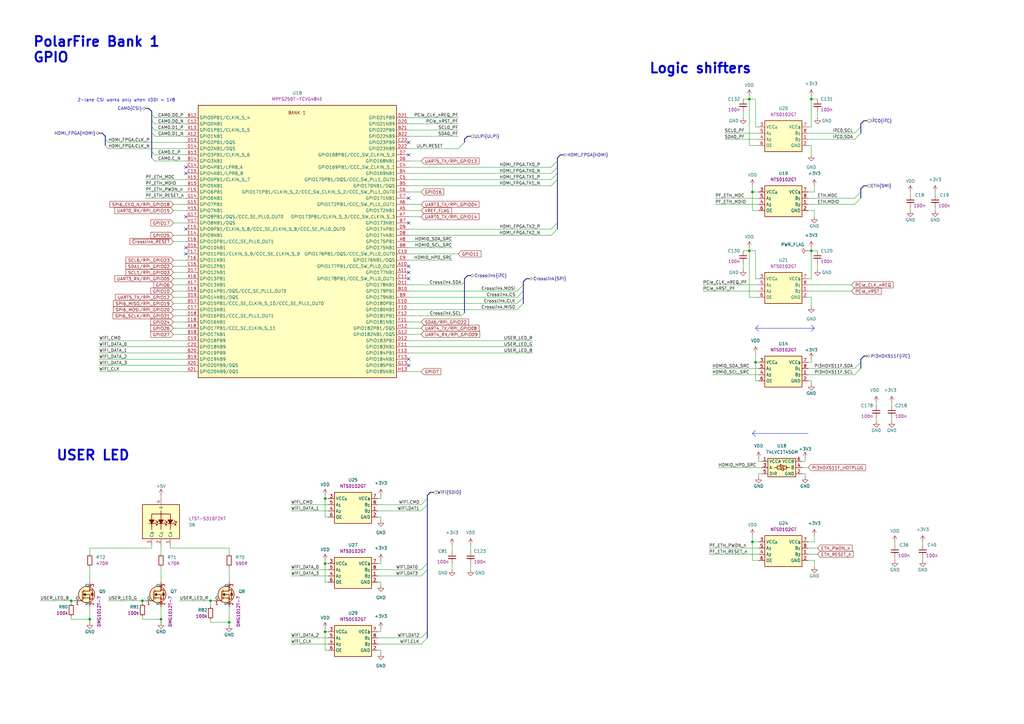
<source format=kicad_sch>
(kicad_sch (version 20231120) (generator "eeschema") (generator_version "8.0")
  (paper "A3")
  (title_block (title "PolarFire SoM") (date "2025-04-30") (rev "1.1.3") (company "Antmicro Ltd") (comment 1 "www.antmicro.com"))
  (junction (at 332.74 102.87))
  (junction (at 36.83 254))
  (junction (at 66.04 254))
  (junction (at 307.34 102.87))
  (junction (at 308.61 78.74))
  (junction (at 29.21 246.38))
  (junction (at 307.34 40.64))
  (junction (at 86.36 246.38))
  (junction (at 133.35 259.08))
  (junction (at 133.35 204.47))
  (junction (at 308.61 222.25))
  (junction (at 58.42 246.38))
  (junction (at 133.35 231.14))
  (junction (at 93.98 255.27))
  (junction (at 309.88 148.59))
  (junction (at 332.74 40.64))
  (no_connect (at 167.64 63.5))
  (no_connect (at 76.2 71.12))
  (no_connect (at 167.64 114.3))
  (no_connect (at 167.64 147.32))
  (no_connect (at 76.2 104.14))
  (no_connect (at 167.64 58.42))
  (no_connect (at 167.64 81.28))
  (no_connect (at 167.64 109.22))
  (no_connect (at 76.2 88.9))
  (no_connect (at 76.2 101.6))
  (no_connect (at 167.64 149.86))
  (no_connect (at 76.2 93.98))
  (no_connect (at 76.2 68.58))
  (no_connect (at 167.64 111.76))
  (no_connect (at 167.64 91.44))
  (bus_entry (at 226.06 71.12) (size 2.54 -2.54))
  (bus_entry (at 172.72 233.68) (size 2.54 -2.54))
  (bus_entry (at 172.72 261.62) (size 2.54 -2.54))
  (bus_entry (at 212.09 119.38) (size 2.54 -2.54))
  (bus_entry (at 226.06 68.58) (size 2.54 -2.54))
  (bus_entry (at 353.06 54.61) (size -2.54 2.54))
  (bus_entry (at 43.18 59.69) (size 1.27 1.27))
  (bus_entry (at 353.06 52.07) (size -2.54 2.54))
  (bus_entry (at 212.09 127) (size 2.54 -2.54))
  (bus_entry (at 187.96 60.96) (size 2.54 -2.54))
  (bus_entry (at 350.52 153.67) (size 2.54 -2.54))
  (bus_entry (at 189.23 116.84) (size 1.27 -1.27))
  (bus_entry (at 226.06 76.2) (size 2.54 -2.54))
  (bus_entry (at 212.09 121.92) (size 2.54 -2.54))
  (bus_entry (at 353.06 81.28) (size -2.54 2.54))
  (bus_entry (at 62.23 49.53) (size 1.27 1.27))
  (bus_entry (at 62.23 52.07) (size 1.27 1.27))
  (bus_entry (at 189.23 129.54) (size 1.27 -1.27))
  (bus_entry (at 43.18 57.15) (size 1.27 1.27))
  (bus_entry (at 212.09 124.46) (size 2.54 -2.54))
  (bus_entry (at 226.06 73.66) (size 2.54 -2.54))
  (bus_entry (at 353.06 78.74) (size -2.54 2.54))
  (bus_entry (at 172.72 236.22) (size 2.54 -2.54))
  (bus_entry (at 172.72 264.16) (size 2.54 -2.54))
  (bus_entry (at 172.72 209.55) (size 2.54 -2.54))
  (bus_entry (at 62.23 62.23) (size 1.27 1.27))
  (bus_entry (at 62.23 46.99) (size 1.27 1.27))
  (bus_entry (at 226.06 96.52) (size 2.54 -2.54))
  (bus_entry (at 226.06 93.98) (size 2.54 -2.54))
  (bus_entry (at 350.52 151.13) (size 2.54 -2.54))
  (bus_entry (at 172.72 207.01) (size 2.54 -2.54))
  (bus_entry (at 62.23 54.61) (size 1.27 1.27))
  (bus_entry (at 62.23 64.77) (size 1.27 1.27))
  (wire (pts (xy 378.46 228.6) (xy 378.46 229.87)))
  (wire (pts (xy 309.88 52.07) (xy 311.15 52.07)))
  (wire (pts (xy 93.98 255.27) (xy 93.98 256.54)))
  (wire (pts (xy 172.72 207.01) (xy 154.94 207.01)))
  (wire (pts (xy 71.12 137.16) (xy 76.2 137.16)))
  (wire (pts (xy 156.21 203.2) (xy 156.21 204.47)))
  (wire (pts (xy 63.5 66.04) (xy 76.2 66.04)))
  (wire (pts (xy 63.5 50.8) (xy 76.2 50.8)))
  (wire (pts (xy 332.74 156.21) (xy 331.47 156.21)))
  (wire (pts (xy 36.83 248.92) (xy 36.83 254)))
  (wire (pts (xy 309.88 144.78) (xy 309.88 148.59)))
  (wire (pts (xy 119.38 233.68) (xy 134.62 233.68)))
  (wire (pts (xy 133.35 231.14) (xy 133.35 238.76)))
  (wire (pts (xy 63.5 53.34) (xy 76.2 53.34)))
  (wire (pts (xy 185.42 223.52) (xy 185.42 226.06)))
  (wire (pts (xy 86.36 246.38) (xy 86.36 248.92)))
  (wire (pts (xy 332.74 121.92) (xy 332.74 125.73)))
  (wire (pts (xy 93.98 232.41) (xy 93.98 238.76)))
  (wire (pts (xy 309.88 40.64) (xy 307.34 40.64)))
  (wire (pts (xy 71.12 134.62) (xy 76.2 134.62)))
  (bus (pts (xy 193.04 55.88) (xy 191.77 55.88)))
  (wire (pts (xy 167.64 142.24) (xy 218.44 142.24)))
  (wire (pts (xy 156.21 259.08) (xy 154.94 259.08)))
  (wire (pts (xy 69.85 224.79) (xy 93.98 224.79)))
  (wire (pts (xy 36.83 224.79) (xy 62.23 224.79)))
  (wire (pts (xy 167.64 53.34) (xy 187.96 53.34)))
  (wire (pts (xy 193.04 223.52) (xy 193.04 226.06)))
  (wire (pts (xy 167.64 129.54) (xy 189.23 129.54)))
  (wire (pts (xy 167.64 104.14) (xy 187.96 104.14)))
  (wire (pts (xy 36.83 254) (xy 36.83 255.27)))
  (bus (pts (xy 228.6 73.66) (xy 228.6 91.44)))
  (wire (pts (xy 167.64 76.2) (xy 226.06 76.2)))
  (wire (pts (xy 335.28 224.79) (xy 331.47 224.79)))
  (wire (pts (xy 167.64 99.06) (xy 185.42 99.06)))
  (wire (pts (xy 332.74 148.59) (xy 331.47 148.59)))
  (wire (pts (xy 332.74 101.6) (xy 332.74 102.87)))
  (wire (pts (xy 378.46 222.25) (xy 378.46 223.52)))
  (wire (pts (xy 167.64 134.62) (xy 172.72 134.62)))
  (wire (pts (xy 193.04 231.14) (xy 193.04 233.68)))
  (wire (pts (xy 156.21 229.87) (xy 156.21 231.14)))
  (wire (pts (xy 309.88 102.87) (xy 309.88 114.3)))
  (wire (pts (xy 307.34 102.87) (xy 304.8 102.87)))
  (wire (pts (xy 332.74 59.69) (xy 332.74 63.5)))
  (wire (pts (xy 335.28 227.33) (xy 331.47 227.33)))
  (bus (pts (xy 190.5 114.3) (xy 190.5 115.57)))
  (wire (pts (xy 290.83 227.33) (xy 311.15 227.33)))
  (wire (pts (xy 307.34 101.6) (xy 307.34 102.87)))
  (wire (pts (xy 156.21 257.81) (xy 156.21 259.08)))
  (wire (pts (xy 308.61 78.74) (xy 311.15 78.74)))
  (wire (pts (xy 154.94 236.22) (xy 172.72 236.22)))
  (bus (pts (xy 43.18 57.15) (xy 43.18 59.69)))
  (bus (pts (xy 175.26 233.68) (xy 175.26 259.08)))
  (bus (pts (xy 228.6 68.58) (xy 228.6 71.12)))
  (wire (pts (xy 311.15 229.87) (xy 308.61 229.87)))
  (wire (pts (xy 29.21 246.38) (xy 29.21 247.65)))
  (wire (pts (xy 40.64 147.32) (xy 76.2 147.32)))
  (bus (pts (xy 62.23 49.53) (xy 62.23 52.07)))
  (wire (pts (xy 167.64 121.92) (xy 212.09 121.92)))
  (wire (pts (xy 308.61 229.87) (xy 308.61 222.25)))
  (wire (pts (xy 308.61 219.71) (xy 308.61 222.25)))
  (wire (pts (xy 44.45 58.42) (xy 76.2 58.42)))
  (wire (pts (xy 167.64 78.74) (xy 172.72 78.74)))
  (wire (pts (xy 156.21 266.7) (xy 154.94 266.7)))
  (wire (pts (xy 332.74 40.64) (xy 335.28 40.64)))
  (wire (pts (xy 311.15 194.31) (xy 312.42 194.31)))
  (bus (pts (xy 353.06 148.59) (xy 353.06 151.13)))
  (wire (pts (xy 334.01 86.36) (xy 331.47 86.36)))
  (wire (pts (xy 332.74 102.87) (xy 331.47 102.87)))
  (wire (pts (xy 167.64 88.9) (xy 172.72 88.9)))
  (wire (pts (xy 71.12 129.54) (xy 76.2 129.54)))
  (wire (pts (xy 311.15 148.59) (xy 309.88 148.59)))
  (wire (pts (xy 71.12 91.44) (xy 76.2 91.44)))
  (bus (pts (xy 41.91 54.61) (xy 43.18 55.88)))
  (wire (pts (xy 44.45 246.38) (xy 58.42 246.38)))
  (wire (pts (xy 73.66 246.38) (xy 86.36 246.38)))
  (wire (pts (xy 294.64 191.77) (xy 312.42 191.77)))
  (wire (pts (xy 383.54 78.74) (xy 383.54 80.01)))
  (wire (pts (xy 71.12 114.3) (xy 76.2 114.3)))
  (wire (pts (xy 330.2 194.31) (xy 330.2 195.58)))
  (wire (pts (xy 167.64 73.66) (xy 226.06 73.66)))
  (wire (pts (xy 86.36 246.38) (xy 87.63 246.38)))
  (wire (pts (xy 311.15 86.36) (xy 308.61 86.36)))
  (wire (pts (xy 71.12 111.76) (xy 76.2 111.76)))
  (wire (pts (xy 134.62 259.08) (xy 133.35 259.08)))
  (wire (pts (xy 167.64 93.98) (xy 226.06 93.98)))
  (wire (pts (xy 331.47 57.15) (xy 350.52 57.15)))
  (bus (pts (xy 190.5 57.15) (xy 190.5 58.42)))
  (wire (pts (xy 367.03 222.25) (xy 367.03 223.52)))
  (bus (pts (xy 228.6 66.04) (xy 228.6 68.58)))
  (wire (pts (xy 307.34 40.64) (xy 307.34 59.69)))
  (bus (pts (xy 354.33 49.53) (xy 353.06 50.8)))
  (wire (pts (xy 29.21 254) (xy 36.83 254)))
  (wire (pts (xy 331.47 54.61) (xy 350.52 54.61)))
  (polyline (pts (xy 308.61 177.8) (xy 309.88 179.07)))
  (wire (pts (xy 58.42 254) (xy 66.04 254)))
  (wire (pts (xy 373.38 85.09) (xy 373.38 86.36)))
  (wire (pts (xy 309.88 102.87) (xy 307.34 102.87)))
  (wire (pts (xy 308.61 76.2) (xy 308.61 78.74)))
  (polyline (pts (xy 309.88 134.62) (xy 311.15 135.89)))
  (bus (pts (xy 353.06 147.32) (xy 354.33 146.05)))
  (wire (pts (xy 328.93 191.77) (xy 331.47 191.77)))
  (wire (pts (xy 307.34 39.37) (xy 307.34 40.64)))
  (wire (pts (xy 185.42 231.14) (xy 185.42 233.68)))
  (wire (pts (xy 332.74 102.87) (xy 335.28 102.87)))
  (bus (pts (xy 228.6 71.12) (xy 228.6 73.66)))
  (wire (pts (xy 133.35 229.87) (xy 133.35 231.14)))
  (bus (pts (xy 175.26 204.47) (xy 175.26 207.01)))
  (wire (pts (xy 71.12 116.84) (xy 76.2 116.84)))
  (wire (pts (xy 16.51 246.38) (xy 29.21 246.38)))
  (bus (pts (xy 355.6 49.53) (xy 354.33 49.53)))
  (wire (pts (xy 311.15 189.23) (xy 312.42 189.23)))
  (wire (pts (xy 311.15 187.96) (xy 311.15 189.23)))
  (wire (pts (xy 373.38 78.74) (xy 373.38 80.01)))
  (wire (pts (xy 154.94 261.62) (xy 172.72 261.62)))
  (bus (pts (xy 214.63 115.57) (xy 214.63 116.84)))
  (wire (pts (xy 71.12 127) (xy 76.2 127)))
  (wire (pts (xy 334.01 229.87) (xy 331.47 229.87)))
  (wire (pts (xy 167.64 106.68) (xy 185.42 106.68)))
  (wire (pts (xy 167.64 96.52) (xy 226.06 96.52)))
  (wire (pts (xy 365.76 171.45) (xy 365.76 172.72)))
  (bus (pts (xy 175.26 259.08) (xy 175.26 261.62)))
  (wire (pts (xy 36.83 232.41) (xy 36.83 238.76)))
  (bus (pts (xy 176.53 201.93) (xy 177.8 201.93)))
  (wire (pts (xy 134.62 204.47) (xy 133.35 204.47)))
  (wire (pts (xy 311.15 54.61) (xy 297.18 54.61)))
  (wire (pts (xy 332.74 39.37) (xy 332.74 40.64)))
  (wire (pts (xy 334.01 88.9) (xy 334.01 86.36)))
  (wire (pts (xy 71.12 124.46) (xy 76.2 124.46)))
  (bus (pts (xy 353.06 50.8) (xy 353.06 52.07)))
  (wire (pts (xy 66.04 203.2) (xy 66.04 204.47)))
  (wire (pts (xy 40.64 139.7) (xy 76.2 139.7)))
  (wire (pts (xy 119.38 209.55) (xy 134.62 209.55)))
  (wire (pts (xy 156.21 238.76) (xy 156.21 240.03)))
  (wire (pts (xy 334.01 219.71) (xy 334.01 222.25)))
  (wire (pts (xy 311.15 57.15) (xy 297.18 57.15)))
  (wire (pts (xy 167.64 68.58) (xy 226.06 68.58)))
  (wire (pts (xy 71.12 106.68) (xy 76.2 106.68)))
  (polyline (pts (xy 334.01 134.62) (xy 332.74 135.89)))
  (wire (pts (xy 330.2 187.96) (xy 330.2 189.23)))
  (wire (pts (xy 40.64 152.4) (xy 76.2 152.4)))
  (bus (pts (xy 40.64 54.61) (xy 41.91 54.61)))
  (wire (pts (xy 134.62 266.7) (xy 133.35 266.7)))
  (wire (pts (xy 156.21 212.09) (xy 156.21 213.36)))
  (bus (pts (xy 217.17 114.3) (xy 215.9 114.3)))
  (polyline (pts (xy 334.01 134.62) (xy 309.88 134.62)))
  (bus (pts (xy 175.26 207.01) (xy 175.26 231.14)))
  (wire (pts (xy 167.64 101.6) (xy 185.42 101.6)))
  (wire (pts (xy 134.62 238.76) (xy 133.35 238.76)))
  (wire (pts (xy 86.36 255.27) (xy 86.36 254)))
  (wire (pts (xy 365.76 165.1) (xy 365.76 166.37)))
  (wire (pts (xy 288.29 116.84) (xy 311.15 116.84)))
  (polyline (pts (xy 309.88 134.62) (xy 311.15 133.35)))
  (wire (pts (xy 335.28 45.72) (xy 335.28 48.26)))
  (wire (pts (xy 133.35 203.2) (xy 133.35 204.47)))
  (wire (pts (xy 167.64 152.4) (xy 172.72 152.4)))
  (wire (pts (xy 167.64 66.04) (xy 172.72 66.04)))
  (bus (pts (xy 191.77 113.03) (xy 193.04 113.03)))
  (wire (pts (xy 331.47 222.25) (xy 334.01 222.25)))
  (bus (pts (xy 231.14 63.5) (xy 229.87 63.5)))
  (bus (pts (xy 214.63 116.84) (xy 214.63 119.38)))
  (wire (pts (xy 156.21 231.14) (xy 154.94 231.14)))
  (wire (pts (xy 350.52 83.82) (xy 331.47 83.82)))
  (wire (pts (xy 59.69 73.66) (xy 76.2 73.66)))
  (wire (pts (xy 71.12 121.92) (xy 76.2 121.92)))
  (bus (pts (xy 60.96 44.45) (xy 62.23 45.72)))
  (wire (pts (xy 71.12 109.22) (xy 76.2 109.22)))
  (wire (pts (xy 167.64 55.88) (xy 187.96 55.88)))
  (wire (pts (xy 332.74 114.3) (xy 331.47 114.3)))
  (wire (pts (xy 309.88 40.64) (xy 309.88 52.07)))
  (wire (pts (xy 309.88 148.59) (xy 309.88 156.21)))
  (wire (pts (xy 332.74 147.32) (xy 332.74 148.59)))
  (wire (pts (xy 309.88 114.3) (xy 311.15 114.3)))
  (wire (pts (xy 331.47 151.13) (xy 350.52 151.13)))
  (wire (pts (xy 134.62 231.14) (xy 133.35 231.14)))
  (wire (pts (xy 167.64 116.84) (xy 189.23 116.84)))
  (bus (pts (xy 176.53 201.93) (xy 175.26 203.2)))
  (wire (pts (xy 58.42 254) (xy 58.42 252.73)))
  (wire (pts (xy 167.64 144.78) (xy 218.44 144.78)))
  (wire (pts (xy 69.85 223.52) (xy 69.85 224.79)))
  (wire (pts (xy 308.61 222.25) (xy 311.15 222.25)))
  (wire (pts (xy 62.23 224.79) (xy 62.23 223.52)))
  (wire (pts (xy 167.64 124.46) (xy 212.09 124.46)))
  (bus (pts (xy 354.33 76.2) (xy 353.06 77.47)))
  (wire (pts (xy 156.21 238.76) (xy 154.94 238.76)))
  (wire (pts (xy 167.64 83.82) (xy 172.72 83.82)))
  (wire (pts (xy 154.94 233.68) (xy 172.72 233.68)))
  (wire (pts (xy 134.62 212.09) (xy 133.35 212.09)))
  (wire (pts (xy 293.37 83.82) (xy 311.15 83.82)))
  (wire (pts (xy 334.01 76.2) (xy 334.01 78.74)))
  (bus (pts (xy 228.6 91.44) (xy 228.6 93.98)))
  (wire (pts (xy 71.12 99.06) (xy 76.2 99.06)))
  (wire (pts (xy 167.64 60.96) (xy 187.96 60.96)))
  (wire (pts (xy 167.64 119.38) (xy 212.09 119.38)))
  (wire (pts (xy 156.21 212.09) (xy 154.94 212.09)))
  (wire (pts (xy 334.01 232.41) (xy 334.01 229.87)))
  (wire (pts (xy 36.83 227.33) (xy 36.83 224.79)))
  (wire (pts (xy 167.64 132.08) (xy 172.72 132.08)))
  (bus (pts (xy 62.23 54.61) (xy 62.23 62.23)))
  (wire (pts (xy 349.25 119.38) (xy 331.47 119.38)))
  (wire (pts (xy 330.2 194.31) (xy 328.93 194.31)))
  (wire (pts (xy 133.35 257.81) (xy 133.35 259.08)))
  (bus (pts (xy 62.23 62.23) (xy 62.23 64.77)))
  (wire (pts (xy 154.94 264.16) (xy 172.72 264.16)))
  (wire (pts (xy 44.45 60.96) (xy 76.2 60.96)))
  (wire (pts (xy 40.64 144.78) (xy 76.2 144.78)))
  (wire (pts (xy 290.83 224.79) (xy 311.15 224.79)))
  (wire (pts (xy 66.04 232.41) (xy 66.04 238.76)))
  (wire (pts (xy 332.74 156.21) (xy 332.74 157.48)))
  (bus (pts (xy 214.63 121.92) (xy 214.63 124.46)))
  (bus (pts (xy 353.06 78.74) (xy 353.06 81.28)))
  (bus (pts (xy 214.63 115.57) (xy 215.9 114.3)))
  (bus (pts (xy 190.5 114.3) (xy 191.77 113.03)))
  (wire (pts (xy 93.98 224.79) (xy 93.98 227.33)))
  (wire (pts (xy 59.69 76.2) (xy 76.2 76.2)))
  (bus (pts (xy 354.33 76.2) (xy 355.6 76.2)))
  (wire (pts (xy 63.5 55.88) (xy 76.2 55.88)))
  (wire (pts (xy 119.38 207.01) (xy 134.62 207.01)))
  (wire (pts (xy 311.15 59.69) (xy 307.34 59.69)))
  (wire (pts (xy 330.2 189.23) (xy 328.93 189.23)))
  (wire (pts (xy 331.47 153.67) (xy 350.52 153.67)))
  (bus (pts (xy 175.26 203.2) (xy 175.26 204.47)))
  (polyline (pts (xy 334.01 134.62) (xy 332.74 133.35)))
  (bus (pts (xy 190.5 115.57) (xy 190.5 128.27)))
  (wire (pts (xy 86.36 255.27) (xy 93.98 255.27)))
  (wire (pts (xy 332.74 40.64) (xy 332.74 52.07)))
  (wire (pts (xy 59.69 78.74) (xy 76.2 78.74)))
  (wire (pts (xy 332.74 121.92) (xy 331.47 121.92)))
  (bus (pts (xy 354.33 146.05) (xy 355.6 146.05)))
  (wire (pts (xy 335.28 107.95) (xy 335.28 110.49)))
  (bus (pts (xy 62.23 52.07) (xy 62.23 54.61)))
  (wire (pts (xy 133.35 259.08) (xy 133.35 266.7)))
  (wire (pts (xy 350.52 81.28) (xy 331.47 81.28)))
  (wire (pts (xy 309.88 156.21) (xy 311.15 156.21)))
  (wire (pts (xy 93.98 248.92) (xy 93.98 255.27)))
  (wire (pts (xy 29.21 246.38) (xy 30.48 246.38)))
  (wire (pts (xy 71.12 96.52) (xy 76.2 96.52)))
  (wire (pts (xy 40.64 149.86) (xy 76.2 149.86)))
  (wire (pts (xy 71.12 132.08) (xy 76.2 132.08)))
  (wire (pts (xy 119.38 264.16) (xy 134.62 264.16)))
  (bus (pts (xy 214.63 119.38) (xy 214.63 121.92)))
  (wire (pts (xy 156.21 204.47) (xy 154.94 204.47)))
  (wire (pts (xy 304.8 107.95) (xy 304.8 110.49)))
  (wire (pts (xy 167.64 50.8) (xy 187.96 50.8)))
  (wire (pts (xy 332.74 102.87) (xy 332.74 114.3)))
  (wire (pts (xy 332.74 52.07) (xy 331.47 52.07)))
  (bus (pts (xy 228.6 64.77) (xy 228.6 66.04)))
  (wire (pts (xy 58.42 246.38) (xy 59.69 246.38)))
  (bus (pts (xy 62.23 45.72) (xy 62.23 46.99)))
  (bus (pts (xy 59.69 44.45) (xy 60.96 44.45)))
  (wire (pts (xy 59.69 81.28) (xy 76.2 81.28)))
  (wire (pts (xy 63.5 48.26) (xy 76.2 48.26)))
  (wire (pts (xy 119.38 261.62) (xy 134.62 261.62)))
  (bus (pts (xy 353.06 52.07) (xy 353.06 54.61)))
  (wire (pts (xy 133.35 204.47) (xy 133.35 212.09)))
  (bus (pts (xy 228.6 64.77) (xy 229.87 63.5)))
  (polyline (pts (xy 308.61 177.8) (xy 309.88 176.53)))
  (wire (pts (xy 292.1 151.13) (xy 311.15 151.13)))
  (wire (pts (xy 383.54 85.09) (xy 383.54 86.36)))
  (wire (pts (xy 154.94 209.55) (xy 172.72 209.55)))
  (bus (pts (xy 62.23 46.99) (xy 62.23 49.53)))
  (wire (pts (xy 304.8 45.72) (xy 304.8 48.26)))
  (wire (pts (xy 359.41 165.1) (xy 359.41 166.37)))
  (wire (pts (xy 359.41 171.45) (xy 359.41 172.72)))
  (wire (pts (xy 307.34 102.87) (xy 307.34 121.92)))
  (wire (pts (xy 63.5 63.5) (xy 76.2 63.5)))
  (wire (pts (xy 66.04 254) (xy 66.04 255.27)))
  (bus (pts (xy 191.77 55.88) (xy 190.5 57.15)))
  (bus (pts (xy 353.06 77.47) (xy 353.06 78.74)))
  (wire (pts (xy 367.03 228.6) (xy 367.03 229.87)))
  (wire (pts (xy 167.64 137.16) (xy 172.72 137.16)))
  (wire (pts (xy 331.47 78.74) (xy 334.01 78.74)))
  (bus (pts (xy 175.26 231.14) (xy 175.26 233.68)))
  (wire (pts (xy 119.38 236.22) (xy 134.62 236.22)))
  (wire (pts (xy 293.37 81.28) (xy 311.15 81.28)))
  (wire (pts (xy 71.12 119.38) (xy 76.2 119.38)))
  (wire (pts (xy 29.21 254) (xy 29.21 252.73)))
  (wire (pts (xy 167.64 139.7) (xy 218.44 139.7)))
  (wire (pts (xy 311.15 194.31) (xy 311.15 195.58)))
  (wire (pts (xy 167.64 127) (xy 212.09 127)))
  (wire (pts (xy 292.1 153.67) (xy 311.15 153.67)))
  (wire (pts (xy 167.64 86.36) (xy 172.72 86.36)))
  (polyline (pts (xy 308.61 177.8) (xy 331.47 177.8)))
  (wire (pts (xy 71.12 86.36) (xy 76.2 86.36)))
  (wire (pts (xy 308.61 86.36) (xy 308.61 78.74)))
  (bus (pts (xy 353.06 147.32) (xy 353.06 148.59)))
  (wire (pts (xy 58.42 246.38) (xy 58.42 247.65)))
  (wire (pts (xy 66.04 248.92) (xy 66.04 254)))
  (wire (pts (xy 307.34 121.92) (xy 311.15 121.92)))
  (wire (pts (xy 307.34 40.64) (xy 304.8 40.64)))
  (bus (pts (xy 43.18 55.88) (xy 43.18 57.15)))
  (wire (pts (xy 167.64 48.26) (xy 187.96 48.26)))
  (wire (pts (xy 167.64 71.12) (xy 226.06 71.12)))
  (wire (pts (xy 71.12 83.82) (xy 76.2 83.82)))
  (wire (pts (xy 332.74 59.69) (xy 331.47 59.69)))
  (wire (pts (xy 40.64 142.24) (xy 76.2 142.24)))
  (wire (pts (xy 349.25 116.84) (xy 331.47 116.84)))
  (wire (pts (xy 66.04 223.52) (xy 66.04 227.33)))
  (wire (pts (xy 156.21 266.7) (xy 156.21 267.97)))
  (wire (pts (xy 288.29 119.38) (xy 311.15 119.38)))
  (text "PolarFire Bank 1\nGPIO" (at 13.335 26.035 0) (effects (font (size 4 4) (thickness 0.8) (bold yes)) (justify left bottom)))
  (text "2-lane CSI works only when VDDI = 1V8" (at 31.75 41.91 0) (effects (font (size 1.27 1.27)) (justify left bottom)))
  (text "USER LED" (at 22.86 189.23 0) (effects (font (size 4 4) (thickness 0.8) (bold yes)) (justify left bottom)))
  (text "Logic shifters" (at 266.065 30.48 0) (effects (font (size 4 4) (thickness 0.8) (bold yes)) (justify left bottom)))
  (label "WiFi_CMD" (at 40.64 139.7 0))
  (label "WiFi_DATA_3" (at 119.38 236.22 0))
  (label "PCIe_CLK_nREQ_PF" (at 187.96 48.26 180))
  (label "Crosslink.CS" (at 211.455 121.92 180))
  (label "CAM0.D1_P" (at 64.77 53.34 0))
  (label "WiFi_DATA_1" (at 119.38 209.55 0))
  (label "WiFi.CLK" (at 172.085 264.16 180))
  (label "WiFi.DAT0" (at 171.45 233.68 180))
  (label "HDMI0_HPD_SRC" (at 185.42 106.68 180))
  (label "PF_ETH_MDIO" (at 59.69 76.2 0))
  (label "USER_LED_G" (at 44.45 246.38 0))
  (label "PCIe_nRST_PF" (at 187.96 50.8 180))
  (label "HDMI0_SCL_SRC" (at 185.42 101.6 180))
  (label "CAM0.D0_P" (at 64.77 48.26 0))
  (label "ETH.MDIO" (at 335.28 83.82 0))
  (label "SDA0_PF" (at 297.18 57.15 0))
  (label "HDMI_FPGA.TX2_N" (at 221.615 96.52 180))
  (label "WiFi_DATA_0" (at 119.38 233.68 0))
  (label "ULPI.RESET" (at 170.815 60.96 0))
  (label "PF_ETH_RESET_n" (at 290.83 227.33 0))
  (label "Crosslink.SCL" (at 189.23 129.54 180))
  (label "HDMI_FPGA.CLK_N" (at 44.45 60.96 0))
  (label "HDMI_FPGA.TX1_P" (at 221.615 73.66 180))
  (label "I^{2}C0.SDA" (at 349.885 57.15 180))
  (label "CAM0.D0_N" (at 64.77 50.8 0))
  (label "USER_LED_B" (at 16.51 246.38 0))
  (label "PI3HDX511F.SDA" (at 349.885 151.13 180))
  (label "WiFi.DAT2" (at 172.085 261.62 180))
  (label "PI3HDX511F.SCL" (at 349.885 153.67 180))
  (label "HDMI_FPGA.TX2_P" (at 221.615 93.98 180))
  (label "CAM0.D1_N" (at 64.77 55.88 0))
  (label "Crosslink.CLK" (at 211.455 124.46 180))
  (label "WiFi_CLK" (at 40.64 152.4 0))
  (label "CAM0.C_N" (at 64.77 66.04 0))
  (label "PF_ETH_PWDN_n" (at 290.83 224.79 0))
  (label "HDMI_FPGA.CLK_P" (at 44.45 58.42 0))
  (label "SDA0_PF" (at 187.96 55.88 180))
  (label "HDMI0_HPD_SRC" (at 294.64 191.77 0))
  (label "SCL0_PF" (at 187.96 53.34 180))
  (label "Crosslink.SDA" (at 189.23 116.84 180))
  (label "WiFi_DATA_2" (at 40.64 147.32 0))
  (label "Crosslink.MISO" (at 211.455 127 180))
  (label "HDMI_FPGA.TX0_P" (at 221.615 68.58 180))
  (label "PF_ETH_PWDN_n" (at 59.69 78.74 0))
  (label "WiFi_DATA_2" (at 119.38 261.62 0))
  (label "HDMI0_SDA_SRC" (at 292.1 151.13 0))
  (label "PF_ETH_RESET_n" (at 59.69 81.28 0))
  (label "PCIe_nRST_PF" (at 288.29 119.38 0))
  (label "USER_LED_B" (at 218.44 144.78 180))
  (label "WiFi_DATA_3" (at 40.64 149.86 0))
  (label "WiFi_DATA_1" (at 40.64 144.78 0))
  (label "WiFi.DAT1" (at 172.085 209.55 180))
  (label "Crosslink.MOSI" (at 211.455 119.38 180))
  (label "ETH.MDC" (at 335.28 81.28 0))
  (label "SCL0_PF" (at 297.18 54.61 0))
  (label "CAM0.C_P" (at 64.77 63.5 0))
  (label "HDMI_FPGA.TX1_N" (at 221.615 76.2 180))
  (label "USER_LED_R" (at 73.66 246.38 0))
  (label "HDMI_FPGA.TX0_N" (at 221.615 71.12 180))
  (label "HDMI0_SCL_SRC" (at 292.1 153.67 0))
  (label "PF_ETH_MDC" (at 59.69 73.66 0))
  (label "WiFi.DAT3" (at 171.45 236.22 180))
  (label "WiFi_DATA_0" (at 40.64 142.24 0))
  (label "PF_ETH_MDC" (at 293.37 81.28 0))
  (label "WiFi_CMD" (at 119.38 207.01 0))
  (label "WiFi_CLK" (at 119.38 264.16 0))
  (label "HDMI0_SDA_SRC" (at 185.42 99.06 180))
  (label "I^{2}C0.SCL" (at 349.885 54.61 180))
  (label "USER_LED_R" (at 218.44 139.7 180))
  (label "PF_ETH_MDIO" (at 293.37 83.82 0))
  (label "WiFi.CMD" (at 172.085 207.01 180))
  (label "USER_LED_G" (at 218.44 142.24 180))
  (label "PCIe_CLK_nREQ_PF" (at 288.29 116.84 0))
  (global_label "GPIO24" (shape input) (at 71.12 132.08 180) (property "Intersheetrefs" "${INTERSHEET_REFS}" (at 61.8126 132.0006 0) (effects (justify right))))
  (global_label "PCIe_CLK_nREQ" (shape input) (at 349.25 116.84 0) (property "Intersheetrefs" "${INTERSHEET_REFS}" (at 366.8704 116.84 0) (effects (justify left))))
  (global_label "GPIO7" (shape input) (at 172.72 152.4 0) (property "Intersheetrefs" "${INTERSHEET_REFS}" (at 180.8179 152.3206 0) (effects (justify left))))
  (global_label "UART0_TX{slash}RPI_GPIO14" (shape input) (at 172.72 88.9 0) (property "Intersheetrefs" "${INTERSHEET_REFS}" (at 196.4812 88.8206 0) (effects (justify left))))
  (global_label "GPIO25" (shape input) (at 71.12 96.52 180) (property "Intersheetrefs" "${INTERSHEET_REFS}" (at 61.8126 96.4406 0) (effects (justify right))))
  (global_label "SCL6{slash}RPI_GPIO23" (shape input) (at 71.12 106.68 180) (property "Intersheetrefs" "${INTERSHEET_REFS}" (at 51.6526 106.6006 0) (effects (justify right))))
  (global_label "ETH_RESET_n" (shape input) (at 335.28 227.33 0) (property "Intersheetrefs" "${INTERSHEET_REFS}" (at 349.9698 227.2506 0) (effects (justify left))))
  (global_label "GPIO10" (shape input) (at 71.12 119.38 180) (property "Intersheetrefs" "${INTERSHEET_REFS}" (at 61.8126 119.3006 0) (effects (justify right))))
  (global_label "VREF_FLAG" (shape input) (at 172.72 86.36 0) (property "Intersheetrefs" "${INTERSHEET_REFS}" (at 185.7443 86.36 0) (effects (justify left))))
  (global_label "SDA6{slash}RPI_GPIO22" (shape input) (at 172.72 132.08 0) (property "Intersheetrefs" "${INTERSHEET_REFS}" (at 192.2479 132.0006 0) (effects (justify left))))
  (global_label "UART3_RX{slash}RPI_GPIO05" (shape input) (at 71.12 114.3 180) (property "Intersheetrefs" "${INTERSHEET_REFS}" (at 47.0564 114.2206 0) (effects (justify right))))
  (global_label "SPI6_CEO_N{slash}RPI_GPIO18" (shape input) (at 71.12 83.82 180) (property "Intersheetrefs" "${INTERSHEET_REFS}" (at 45.0607 83.7406 0) (effects (justify right))))
  (global_label "GPIO26" (shape input) (at 71.12 134.62 180) (property "Intersheetrefs" "${INTERSHEET_REFS}" (at 61.8126 134.5406 0) (effects (justify right))))
  (global_label "UART5_TX{slash}RPI_GPIO12" (shape input) (at 71.12 121.92 180) (property "Intersheetrefs" "${INTERSHEET_REFS}" (at 47.3588 121.8406 0) (effects (justify right))))
  (global_label "UART3_TX{slash}RPI_GPIO04" (shape input) (at 172.72 83.82 0) (property "Intersheetrefs" "${INTERSHEET_REFS}" (at 197.0533 83.82 0) (effects (justify left))))
  (global_label "GPIO6" (shape input) (at 71.12 116.84 180) (property "Intersheetrefs" "${INTERSHEET_REFS}" (at 63.0221 116.7606 0) (effects (justify right))))
  (global_label "UART0_RX{slash}RPI_GPIO15" (shape input) (at 71.12 86.36 180) (property "Intersheetrefs" "${INTERSHEET_REFS}" (at 47.0564 86.2806 0) (effects (justify right))))
  (global_label "SPI6_MOSI{slash}RPI_GPIO20" (shape input) (at 71.12 127 180) (property "Intersheetrefs" "${INTERSHEET_REFS}" (at 46.5121 126.9206 0) (effects (justify right))))
  (global_label "SPI6_MISO{slash}RPI_GPIO19" (shape input) (at 71.12 124.46 180) (property "Intersheetrefs" "${INTERSHEET_REFS}" (at 46.5121 124.3806 0) (effects (justify right))))
  (global_label "~{Crosslink_RESET}" (shape input) (at 71.12 99.06 180) (property "Intersheetrefs" "${INTERSHEET_REFS}" (at 52.7136 99.06 0) (effects (justify right))))
  (global_label "SPI6_SCLK{slash}RPI_GPIO21" (shape input) (at 71.12 129.54 180) (property "Intersheetrefs" "${INTERSHEET_REFS}" (at 46.3307 129.4606 0) (effects (justify right))))
  (global_label "SDA1{slash}RPI_GPIO02" (shape input) (at 71.12 109.22 180) (property "Intersheetrefs" "${INTERSHEET_REFS}" (at 51.5921 109.1406 0) (effects (justify right))))
  (global_label "GPIO27" (shape input) (at 71.12 137.16 180) (property "Intersheetrefs" "${INTERSHEET_REFS}" (at 61.8126 137.0806 0) (effects (justify right))))
  (global_label "PI3HDX511F_HOTPLUG" (shape input) (at 331.47 191.77 0) (property "Intersheetrefs" "${INTERSHEET_REFS}" (at 355.5614 191.77 0) (effects (justify left))))
  (global_label "UART4_TX{slash}RPI_GPIO08" (shape input) (at 172.72 134.62 0) (property "Intersheetrefs" "${INTERSHEET_REFS}" (at 196.4812 134.5406 0) (effects (justify left))))
  (global_label "UART4_RX{slash}RPI_GPIO09" (shape input) (at 172.72 137.16 0) (property "Intersheetrefs" "${INTERSHEET_REFS}" (at 196.7836 137.0806 0) (effects (justify left))))
  (global_label "SCL1{slash}RPI_GPIO03" (shape input) (at 71.12 111.76 180) (property "Intersheetrefs" "${INTERSHEET_REFS}" (at 51.6526 111.6806 0) (effects (justify right))))
  (global_label "GPIO11" (shape input) (at 187.96 104.14 0) (property "Intersheetrefs" "${INTERSHEET_REFS}" (at 197.2674 104.0606 0) (effects (justify left))))
  (global_label "GPIO17" (shape input) (at 71.12 91.44 180) (property "Intersheetrefs" "${INTERSHEET_REFS}" (at 61.8126 91.3606 0) (effects (justify right))))
  (global_label "ETH_PWDN_n" (shape input) (at 335.28 224.79 0) (property "Intersheetrefs" "${INTERSHEET_REFS}" (at 349.5464 224.7106 0) (effects (justify left))))
  (global_label "UART5_TX{slash}RPI_GPIO13" (shape input) (at 172.72 66.04 0) (property "Intersheetrefs" "${INTERSHEET_REFS}" (at 197.0533 66.04 0) (effects (justify left))))
  (global_label "PCIe_nRST" (shape input) (at 349.25 119.38 0) (property "Intersheetrefs" "${INTERSHEET_REFS}" (at 362.0323 119.38 0) (effects (justify left))))
  (global_label "GPIO16" (shape input) (at 172.72 78.74 0) (property "Intersheetrefs" "${INTERSHEET_REFS}" (at 182.0274 78.6606 0) (effects (justify left))))
  (hierarchical_label "Crosslink{I^{2}C}" (shape bidirectional) (at 193.04 113.03 0))
  (hierarchical_label "PI3HDX511F{I^{2}C}" (shape bidirectional) (at 355.6 146.05 0))
  (hierarchical_label "HDMI_FPGA{HDMI}" (shape bidirectional) (at 40.64 54.61 180))
  (hierarchical_label "ULPI{ULPI}" (shape input) (at 193.04 55.88 0))
  (hierarchical_label "ETH{SMI}" (shape input) (at 355.6 76.2 0))
  (hierarchical_label "Crosslink{SPI}" (shape bidirectional) (at 217.17 114.3 0))
  (hierarchical_label "HDMI_FPGA{HDMI}" (shape bidirectional) (at 231.14 63.5 0))
  (hierarchical_label "WiFi{SDIO}" (shape input) (at 177.8 201.93 0))
  (hierarchical_label "CAM0{CSI}" (shape bidirectional) (at 59.69 44.45 180))
  (hierarchical_label "I^{2}C0{I^{2}C}" (shape input) (at 355.6 49.53 0))
  (symbol (lib_id "antmicroResistors0402:R_470R_0402") (at 66.04 232.41 90) (unit 1)
    (property "Reference" "R71" (at 68.58 228.6 90) (effects (justify right)))
    (property "Value" "R_470R_0402" (effects (hide yes)))
    (property "Footprint" "antmicro-footprints:R_0402_1005Metric" (effects (hide yes)))
    (property "Datasheet" "https://www.bourns.com/docs/product-datasheets/cr.pdf" (effects (hide yes)))
    (property "Description" "SMD Chip Resistor, 470 ohm, ± 1%, 62.5 mW, 0402 [1005 Metric], Thick Film, General Purpose" (effects (hide yes)))
    (property "MPN" "CR0402-FX-4700GLF" (effects (hide yes)))
    (property "Manufacturer" "Bourns" (effects (hide yes)))
    (property "License" "Apache-2.0" (effects (hide yes)))
    (property "Author" "Antmicro" (effects (hide yes)))
    (property "Val" "470R" (at 68.58 231.14 90) (effects (justify right)))
    (property "Tolerance" "1%" (effects (hide yes)))
  )
  (symbol (lib_id "antmicroCapacitors0402:C_100n_0402") (at 335.28 40.64 270) (unit 1)
    (property "Reference" "C131" (at 339.09 40.64 90))
    (property "Value" "C_100n_0402" (effects (hide yes)))
    (property "Footprint" "antmicro-footprints:C_0402_1005Metric" (effects (hide yes)))
    (property "Datasheet" "https://www.murata.com/products/productdetail?partno=GRM155R61H104KE14%23" (effects (hide yes)))
    (property "Description" "SMD Multilayer Ceramic Capacitor, 0.1 µF, 50 V, 0402 [1005 Metric], ± 10%, X5R, GRM Series" (effects (hide yes)))
    (property "MPN" "GRM155R61H104KE14D" (effects (hide yes)))
    (property "Manufacturer" "Murata" (effects (hide yes)))
    (property "License" "Apache-2.0" (effects (hide yes)))
    (property "Author" "Antmicro" (effects (hide yes)))
    (property "Val" "100n" (at 336.55 45.72 90) (effects (justify left bottom)))
    (property "Voltage" "50V" (effects (hide yes)))
    (property "Dielectric" "X5R" (effects (hide yes)))
  )
  (symbol (lib_id "antmicropower:GND") (at 36.83 255.27 0) (unit 1)
    (property "Reference" "#PWR0286" (effects (hide yes)))
    (property "Value" "GND" (at 36.83 259.08 0))
    (property "Author" "Antmicro" (effects (hide yes)))
    (property "License" "Apache-2.0" (effects (hide yes)))
  )
  (symbol (lib_id "antmicropower:GND") (at 193.04 233.68 0) (unit 1)
    (property "Reference" "#PWR0346" (effects (hide yes)))
    (property "Value" "GND" (at 196.85 234.95 0))
    (property "Author" "Antmicro" (effects (hide yes)))
    (property "License" "Apache-2.0" (effects (hide yes)))
  )
  (symbol (lib_id "antmicropower:GND") (at 334.01 232.41 0) (mirror y) (unit 1)
    (property "Reference" "#PWR0305" (effects (hide yes)))
    (property "Value" "GND" (at 334.01 236.22 0))
    (property "Author" "Antmicro" (effects (hide yes)))
    (property "License" "Apache-2.0" (effects (hide yes)))
  )
  (symbol (lib_id "antmicropower:VDDI") (at 373.38 78.74 0) (unit 1)
    (property "Reference" "#PWR0248" (effects (hide yes)))
    (property "Value" "VDD" (at 373.38 74.295 0))
  )
  (symbol (lib_id "antmicropower:VDDI") (at 311.15 187.96 0) (mirror y) (unit 1)
    (property "Reference" "#PWR0162" (effects (hide yes)))
    (property "Value" "VDD" (at 311.15 182.88 0))
  )
  (symbol (lib_id "antmicropower:GND") (at 156.21 267.97 0) (mirror y) (unit 1)
    (property "Reference" "#PWR0313" (effects (hide yes)))
    (property "Value" "GND" (at 156.21 273.05 0))
    (property "Author" "Antmicro" (effects (hide yes)))
    (property "License" "Apache-2.0" (effects (hide yes)))
  )
  (symbol (lib_id "antmicroLogicTranslatorsLevelShifters:NTS0102_XSON") (at 311.15 148.59 0) (unit 1)
    (property "Reference" "U14" (at 321.31 140.97 0))
    (property "Value" "NTS0102_XSON" (effects (hide yes)))
    (property "Footprint" "antmicro-footprints:XSON-8_1x1.95mm_P0.5mm" (effects (hide yes)))
    (property "Datasheet" "http://www.farnell.com/datasheets/1760723.pdf" (effects (hide yes)))
    (property "Description" "Transceiver, 1.65 V to 3.6 V, XSON-8" (effects (hide yes)))
    (property "MPN" "NTS0102GT" (at 321.31 143.51 0))
    (property "Manufacturer" "NXP" (effects (hide yes)))
    (property "Author" "Antmicro" (effects (hide yes)))
    (property "License" "Apache-2.0" (effects (hide yes)))
  )
  (symbol (lib_id "antmicroCapacitors0402:C_100n_0402") (at 373.38 80.01 270) (unit 1)
    (property "Reference" "C18" (at 377.19 80.01 90))
    (property "Value" "C_100n_0402" (effects (hide yes)))
    (property "Footprint" "antmicro-footprints:C_0402_1005Metric" (effects (hide yes)))
    (property "Datasheet" "https://www.murata.com/products/productdetail?partno=GRM155R61H104KE14%23" (effects (hide yes)))
    (property "Description" "SMD Multilayer Ceramic Capacitor, 0.1 µF, 50 V, 0402 [1005 Metric], ± 10%, X5R, GRM Series" (effects (hide yes)))
    (property "MPN" "GRM155R61H104KE14D" (effects (hide yes)))
    (property "Manufacturer" "Murata" (effects (hide yes)))
    (property "License" "Apache-2.0" (effects (hide yes)))
    (property "Author" "Antmicro" (effects (hide yes)))
    (property "Val" "100n" (at 374.65 85.09 90) (effects (justify left bottom)))
    (property "Voltage" "50V" (effects (hide yes)))
    (property "Dielectric" "X5R" (effects (hide yes)))
  )
  (symbol (lib_id "antmicroCapacitors0402:C_100n_0402") (at 383.54 80.01 270) (unit 1)
    (property "Reference" "C19" (at 387.35 80.01 90))
    (property "Value" "C_100n_0402" (effects (hide yes)))
    (property "Footprint" "antmicro-footprints:C_0402_1005Metric" (effects (hide yes)))
    (property "Datasheet" "https://www.murata.com/products/productdetail?partno=GRM155R61H104KE14%23" (effects (hide yes)))
    (property "Description" "SMD Multilayer Ceramic Capacitor, 0.1 µF, 50 V, 0402 [1005 Metric], ± 10%, X5R, GRM Series" (effects (hide yes)))
    (property "MPN" "GRM155R61H104KE14D" (effects (hide yes)))
    (property "Manufacturer" "Murata" (effects (hide yes)))
    (property "License" "Apache-2.0" (effects (hide yes)))
    (property "Author" "Antmicro" (effects (hide yes)))
    (property "Val" "100n" (at 384.81 85.09 90) (effects (justify left bottom)))
    (property "Voltage" "50V" (effects (hide yes)))
    (property "Dielectric" "X5R" (effects (hide yes)))
  )
  (symbol (lib_id "antmicropower:PWR_FLAG") (at 331.47 102.87 90) (mirror x) (unit 1)
    (property "Reference" "#FLG01" (effects (hide yes)))
    (property "Value" "PWR_FLAG" (at 325.12 100.33 90))
  )
  (symbol (lib_id "antmicroCapacitors0402:C_100n_0402") (at 193.04 226.06 270) (unit 1)
    (property "Reference" "C123" (at 196.85 226.06 90))
    (property "Value" "C_100n_0402" (effects (hide yes)))
    (property "Footprint" "antmicro-footprints:C_0402_1005Metric" (effects (hide yes)))
    (property "Datasheet" "https://www.murata.com/products/productdetail?partno=GRM155R61H104KE14%23" (effects (hide yes)))
    (property "Description" "SMD Multilayer Ceramic Capacitor, 0.1 µF, 50 V, 0402 [1005 Metric], ± 10%, X5R, GRM Series" (effects (hide yes)))
    (property "MPN" "GRM155R61H104KE14D" (effects (hide yes)))
    (property "Manufacturer" "Murata" (effects (hide yes)))
    (property "License" "Apache-2.0" (effects (hide yes)))
    (property "Author" "Antmicro" (effects (hide yes)))
    (property "Val" "100n" (at 194.31 231.14 90) (effects (justify left bottom)))
    (property "Voltage" "50V" (effects (hide yes)))
    (property "Dielectric" "X5R" (effects (hide yes)))
  )
  (symbol (lib_id "antmicroLogicTranslatorsLevelShifters:NTS0102_XSON") (at 311.15 78.74 0) (unit 1)
    (property "Reference" "U19" (at 321.31 71.12 0))
    (property "Value" "NTS0102_XSON" (effects (hide yes)))
    (property "Footprint" "antmicro-footprints:XSON-8_1x1.95mm_P0.5mm" (effects (hide yes)))
    (property "Datasheet" "http://www.farnell.com/datasheets/1760723.pdf" (effects (hide yes)))
    (property "Description" "Transceiver, 1.65 V to 3.6 V, XSON-8" (effects (hide yes)))
    (property "MPN" "NTS0102GT" (at 321.31 73.66 0))
    (property "Manufacturer" "NXP" (effects (hide yes)))
    (property "Author" "Antmicro" (effects (hide yes)))
    (property "License" "Apache-2.0" (effects (hide yes)))
  )
  (symbol (lib_id "antmicropower:+3V3") (at 365.76 165.1 0) (mirror y) (unit 1)
    (property "Reference" "#PWR0153" (effects (hide yes)))
    (property "Value" "+3V3" (at 365.125 160.02 0))
    (property "Author" "Antmicro" (effects (hide yes)))
    (property "License" "Apache-2.0" (effects (hide yes)))
  )
  (symbol (lib_id "antmicropower:VDDI") (at 307.34 39.37 0) (mirror y) (unit 1)
    (property "Reference" "#PWR0210" (effects (hide yes)))
    (property "Value" "VDD" (at 307.34 34.925 0))
  )
  (symbol (lib_id "antmicropower:GND") (at 156.21 213.36 0) (mirror y) (unit 1)
    (property "Reference" "#PWR0310" (effects (hide yes)))
    (property "Value" "GND" (at 156.21 218.44 0))
    (property "Author" "Antmicro" (effects (hide yes)))
    (property "License" "Apache-2.0" (effects (hide yes)))
  )
  (symbol (lib_id "antmicroCapacitors0402:C_100n_0402") (at 367.03 223.52 270) (unit 1)
    (property "Reference" "C36" (at 370.84 223.52 90))
    (property "Value" "C_100n_0402" (effects (hide yes)))
    (property "Footprint" "antmicro-footprints:C_0402_1005Metric" (effects (hide yes)))
    (property "Datasheet" "https://www.murata.com/products/productdetail?partno=GRM155R61H104KE14%23" (effects (hide yes)))
    (property "Description" "SMD Multilayer Ceramic Capacitor, 0.1 µF, 50 V, 0402 [1005 Metric], ± 10%, X5R, GRM Series" (effects (hide yes)))
    (property "MPN" "GRM155R61H104KE14D" (effects (hide yes)))
    (property "Manufacturer" "Murata" (effects (hide yes)))
    (property "License" "Apache-2.0" (effects (hide yes)))
    (property "Author" "Antmicro" (effects (hide yes)))
    (property "Val" "100n" (at 368.3 228.6 90) (effects (justify left bottom)))
    (property "Voltage" "50V" (effects (hide yes)))
    (property "Dielectric" "X5R" (effects (hide yes)))
  )
  (symbol (lib_id "antmicropower:GND") (at 93.98 256.54 0) (unit 1)
    (property "Reference" "#PWR0289" (effects (hide yes)))
    (property "Value" "GND" (at 93.98 260.35 0))
    (property "Author" "Antmicro" (effects (hide yes)))
    (property "License" "Apache-2.0" (effects (hide yes)))
  )
  (symbol (lib_id "antmicropower:GND") (at 335.28 48.26 0) (unit 1)
    (property "Reference" "#PWR0353" (effects (hide yes)))
    (property "Value" "GND" (at 339.09 49.53 0))
    (property "Author" "Antmicro" (effects (hide yes)))
    (property "License" "Apache-2.0" (effects (hide yes)))
  )
  (symbol (lib_id "antmicroCapacitors0402:C_100n_0402") (at 304.8 102.87 90) (mirror x) (unit 1)
    (property "Reference" "C130" (at 300.99 102.87 90))
    (property "Value" "C_100n_0402" (effects (hide yes)))
    (property "Footprint" "antmicro-footprints:C_0402_1005Metric" (effects (hide yes)))
    (property "Datasheet" "https://www.murata.com/products/productdetail?partno=GRM155R61H104KE14%23" (effects (hide yes)))
    (property "Description" "SMD Multilayer Ceramic Capacitor, 0.1 µF, 50 V, 0402 [1005 Metric], ± 10%, X5R, GRM Series" (effects (hide yes)))
    (property "MPN" "GRM155R61H104KE14D" (effects (hide yes)))
    (property "Manufacturer" "Murata" (effects (hide yes)))
    (property "License" "Apache-2.0" (effects (hide yes)))
    (property "Author" "Antmicro" (effects (hide yes)))
    (property "Val" "100n" (at 303.53 107.95 90) (effects (justify left bottom)))
    (property "Voltage" "50V" (effects (hide yes)))
    (property "Dielectric" "X5R" (effects (hide yes)))
  )
  (symbol (lib_id "antmicroResistors0402:R_470R_0402") (at 36.83 232.41 90) (unit 1)
    (property "Reference" "R72" (at 39.37 228.6 90) (effects (justify right)))
    (property "Value" "R_470R_0402" (effects (hide yes)))
    (property "Footprint" "antmicro-footprints:R_0402_1005Metric" (effects (hide yes)))
    (property "Datasheet" "https://www.bourns.com/docs/product-datasheets/cr.pdf" (effects (hide yes)))
    (property "Description" "SMD Chip Resistor, 470 ohm, ± 1%, 62.5 mW, 0402 [1005 Metric], Thick Film, General Purpose" (effects (hide yes)))
    (property "MPN" "CR0402-FX-4700GLF" (effects (hide yes)))
    (property "Manufacturer" "Bourns" (effects (hide yes)))
    (property "License" "Apache-2.0" (effects (hide yes)))
    (property "Author" "Antmicro" (effects (hide yes)))
    (property "Val" "470R" (at 39.37 231.14 90) (effects (justify right)))
    (property "Tolerance" "1%" (effects (hide yes)))
  )
  (symbol (lib_id "antmicroLogicTranslatorsLevelShifters:NTS0102_XSON") (at 134.62 204.47 0) (unit 1)
    (property "Reference" "U25" (at 144.78 196.85 0))
    (property "Value" "NTS0102_XSON" (effects (hide yes)))
    (property "Footprint" "antmicro-footprints:XSON-8_1x1.95mm_P0.5mm" (effects (hide yes)))
    (property "Datasheet" "http://www.farnell.com/datasheets/1760723.pdf" (effects (hide yes)))
    (property "Description" "Transceiver, 1.65 V to 3.6 V, XSON-8" (effects (hide yes)))
    (property "MPN" "NTS0102GT" (at 144.78 199.39 0))
    (property "Manufacturer" "NXP" (effects (hide yes)))
    (property "Author" "Antmicro" (effects (hide yes)))
    (property "License" "Apache-2.0" (effects (hide yes)))
  )
  (symbol (lib_id "antmicropower:GND") (at 383.54 86.36 0) (mirror y) (unit 1)
    (property "Reference" "#PWR0301" (effects (hide yes)))
    (property "Value" "GND" (at 383.54 90.17 0))
    (property "Author" "Antmicro" (effects (hide yes)))
    (property "License" "Apache-2.0" (effects (hide yes)))
  )
  (symbol (lib_id "antmicroResistors0402:R_100k_0402") (at 29.21 252.73 270) (mirror x) (unit 1)
    (property "Reference" "R80" (at 27.94 248.92 90) (effects (justify right)))
    (property "Value" "R_100k_0402" (effects (hide yes)))
    (property "Footprint" "antmicro-footprints:R_0402_1005Metric" (effects (hide yes)))
    (property "Datasheet" "https://www.bourns.com/docs/product-datasheets/cr.pdf" (effects (hide yes)))
    (property "Description" "SMD Chip Resistor, 100 kohm, ± 1%, 62.5 mW, 0402 [1005 Metric], Thick Film, General Purpose" (effects (hide yes)))
    (property "MPN" "CR0402-FX-1003GLF" (effects (hide yes)))
    (property "Manufacturer" "Bourns" (effects (hide yes)))
    (property "License" "Apache-2.0" (effects (hide yes)))
    (property "Author" "Antmicro" (effects (hide yes)))
    (property "Val" "100k" (at 27.94 251.46 90) (effects (justify right)))
    (property "Tolerance" "1%" (effects (hide yes)))
  )
  (symbol (lib_id "antmicropower:+3V3") (at 156.21 257.81 0) (mirror y) (unit 1)
    (property "Reference" "#PWR0318" (effects (hide yes)))
    (property "Value" "+3V3" (at 156.21 252.73 0))
    (property "Author" "Antmicro" (effects (hide yes)))
    (property "License" "Apache-2.0" (effects (hide yes)))
  )
  (symbol (lib_id "antmicropower:GND") (at 334.01 88.9 0) (mirror y) (unit 1)
    (property "Reference" "#PWR0352" (effects (hide yes)))
    (property "Value" "GND" (at 334.01 92.71 0))
    (property "Author" "Antmicro" (effects (hide yes)))
    (property "License" "Apache-2.0" (effects (hide yes)))
  )
  (symbol (lib_id "antmicropower:GND") (at 378.46 229.87 0) (mirror y) (unit 1)
    (property "Reference" "#PWR0351" (effects (hide yes)))
    (property "Value" "GND" (at 378.46 233.68 0))
    (property "Author" "Antmicro" (effects (hide yes)))
    (property "License" "Apache-2.0" (effects (hide yes)))
  )
  (symbol (lib_id "antmicroCapacitors0402:C_100n_0402") (at 378.46 223.52 270) (unit 1)
    (property "Reference" "C45" (at 382.27 223.52 90))
    (property "Value" "C_100n_0402" (effects (hide yes)))
    (property "Footprint" "antmicro-footprints:C_0402_1005Metric" (effects (hide yes)))
    (property "Datasheet" "https://www.murata.com/products/productdetail?partno=GRM155R61H104KE14%23" (effects (hide yes)))
    (property "Description" "SMD Multilayer Ceramic Capacitor, 0.1 µF, 50 V, 0402 [1005 Metric], ± 10%, X5R, GRM Series" (effects (hide yes)))
    (property "MPN" "GRM155R61H104KE14D" (effects (hide yes)))
    (property "Manufacturer" "Murata" (effects (hide yes)))
    (property "License" "Apache-2.0" (effects (hide yes)))
    (property "Author" "Antmicro" (effects (hide yes)))
    (property "Val" "100n" (at 379.73 228.6 90) (effects (justify left bottom)))
    (property "Voltage" "50V" (effects (hide yes)))
    (property "Dielectric" "X5R" (effects (hide yes)))
  )
  (symbol (lib_id "antmicroCapacitors0402:C_100n_0402") (at 304.8 40.64 90) (mirror x) (unit 1)
    (property "Reference" "C132" (at 300.99 40.64 90))
    (property "Value" "C_100n_0402" (effects (hide yes)))
    (property "Footprint" "antmicro-footprints:C_0402_1005Metric" (effects (hide yes)))
    (property "Datasheet" "https://www.murata.com/products/productdetail?partno=GRM155R61H104KE14%23" (effects (hide yes)))
    (property "Description" "SMD Multilayer Ceramic Capacitor, 0.1 µF, 50 V, 0402 [1005 Metric], ± 10%, X5R, GRM Series" (effects (hide yes)))
    (property "MPN" "GRM155R61H104KE14D" (effects (hide yes)))
    (property "Manufacturer" "Murata" (effects (hide yes)))
    (property "License" "Apache-2.0" (effects (hide yes)))
    (property "Author" "Antmicro" (effects (hide yes)))
    (property "Val" "100n" (at 303.53 45.72 90) (effects (justify left bottom)))
    (property "Voltage" "50V" (effects (hide yes)))
    (property "Dielectric" "X5R" (effects (hide yes)))
  )
  (symbol (lib_id "antmicropower:GND") (at 332.74 125.73 0) (mirror y) (unit 1)
    (property "Reference" "#PWR0217" (effects (hide yes)))
    (property "Value" "GND" (at 332.74 130.81 0))
    (property "Author" "Antmicro" (effects (hide yes)))
    (property "License" "Apache-2.0" (effects (hide yes)))
  )
  (symbol (lib_id "antmicropower:GND") (at 66.04 255.27 0) (unit 1)
    (property "Reference" "#PWR0287" (effects (hide yes)))
    (property "Value" "GND" (at 66.04 259.08 0))
    (property "Author" "Antmicro" (effects (hide yes)))
    (property "License" "Apache-2.0" (effects (hide yes)))
  )
  (symbol (lib_id "antmicropower:GND") (at 359.41 172.72 0) (mirror y) (unit 1)
    (property "Reference" "#PWR0151" (effects (hide yes)))
    (property "Value" "GND" (at 359.41 176.53 0))
    (property "Author" "Antmicro" (effects (hide yes)))
    (property "License" "Apache-2.0" (effects (hide yes)))
  )
  (symbol (lib_id "antmicroResistors0402:R_590R_0402") (at 93.98 232.41 90) (unit 1)
    (property "Reference" "R70" (at 96.52 228.6 90) (effects (justify right)))
    (property "Value" "R_590R_0402" (effects (hide yes)))
    (property "Footprint" "antmicro-footprints:R_0402_1005Metric" (effects (hide yes)))
    (property "Datasheet" "https://www.bourns.com/docs/product-datasheets/cr.pdf" (effects (hide yes)))
    (property "Description" "SMD Chip Resistor, 590 ohm, ± 1%, 100 mW, 0402 [1005 Metric], Thick Film, Precision" (effects (hide yes)))
    (property "MPN" "CR0402-FX-5900GLF" (effects (hide yes)))
    (property "Manufacturer" "Bourns" (effects (hide yes)))
    (property "License" "Apache-2.0" (effects (hide yes)))
    (property "Author" "Antmicro" (effects (hide yes)))
    (property "Val" "590R" (at 96.52 231.14 90) (effects (justify right)))
    (property "Tolerance" "1%" (effects (hide yes)))
  )
  (symbol (lib_id "antmicropower:+3V3") (at 332.74 101.6 0) (mirror y) (unit 1)
    (property "Reference" "#PWR0216" (effects (hide yes)))
    (property "Value" "+3V3" (at 332.74 96.52 0))
    (property "Author" "Antmicro" (effects (hide yes)))
    (property "License" "Apache-2.0" (effects (hide yes)))
  )
  (symbol (lib_id "antmicropower:+5V") (at 66.04 203.2 0) (unit 1)
    (property "Reference" "#PWR0288" (effects (hide yes)))
    (property "Value" "+5V" (at 66.04 199.39 0))
    (property "Author" "Antmicro" (effects (hide yes)))
    (property "License" "Apache-2.0" (effects (hide yes)))
  )
  (symbol (lib_id "antmicropower:GND") (at 330.2 195.58 0) (unit 1)
    (property "Reference" "#PWR0335" (effects (hide yes)))
    (property "Value" "GND" (at 330.2 199.39 0))
    (property "Author" "Antmicro" (effects (hide yes)))
    (property "License" "Apache-2.0" (effects (hide yes)))
  )
  (symbol (lib_id "antmicroLogicTranslatorsLevelShifters:NTS0102_XSON") (at 311.15 52.07 0) (unit 1)
    (property "Reference" "U20" (at 321.31 44.45 0))
    (property "Value" "NTS0102_XSON" (effects (hide yes)))
    (property "Footprint" "antmicro-footprints:XSON-8_1x1.95mm_P0.5mm" (effects (hide yes)))
    (property "Datasheet" "http://www.farnell.com/datasheets/1760723.pdf" (effects (hide yes)))
    (property "Description" "Transceiver, 1.65 V to 3.6 V, XSON-8" (effects (hide yes)))
    (property "MPN" "NTS0102GT" (at 321.31 46.99 0))
    (property "Manufacturer" "NXP" (effects (hide yes)))
    (property "Author" "Antmicro" (effects (hide yes)))
    (property "License" "Apache-2.0" (effects (hide yes)))
  )
  (symbol (lib_id "antmicroCapacitors0402:C_100n_0402") (at 185.42 226.06 90) (mirror x) (unit 1)
    (property "Reference" "C81" (at 181.61 226.06 90))
    (property "Value" "C_100n_0402" (effects (hide yes)))
    (property "Footprint" "antmicro-footprints:C_0402_1005Metric" (effects (hide yes)))
    (property "Datasheet" "https://www.murata.com/products/productdetail?partno=GRM155R61H104KE14%23" (effects (hide yes)))
    (property "Description" "SMD Multilayer Ceramic Capacitor, 0.1 µF, 50 V, 0402 [1005 Metric], ± 10%, X5R, GRM Series" (effects (hide yes)))
    (property "MPN" "GRM155R61H104KE14D" (effects (hide yes)))
    (property "Manufacturer" "Murata" (effects (hide yes)))
    (property "License" "Apache-2.0" (effects (hide yes)))
    (property "Author" "Antmicro" (effects (hide yes)))
    (property "Val" "100n" (at 184.15 231.14 90) (effects (justify left bottom)))
    (property "Voltage" "50V" (effects (hide yes)))
    (property "Dielectric" "X5R" (effects (hide yes)))
  )
  (symbol (lib_id "antmicroLogicTranslatorsLevelShifters:74LVC1T45GM") (at 312.42 189.23 0) (unit 1)
    (property "Reference" "U18" (at 320.675 182.88 0))
    (property "Value" "74LVC1T45GM" (at 320.675 185.42 0))
    (property "Footprint" "antmicro-footprints:SOT-886" (effects (hide yes)))
    (property "Datasheet" "http://www.ti.com/general/docs/suppproductinfo.tsp?distId=10&gotoUrl=http%3A%2F%2Fwww.ti.com%2Flit%2Fgpn%2Fsn74lvc1t45" (effects (hide yes)))
    (property "Description" "Transceiver, Translating, 74LVC1T45, 74LVC Family, 1.2V to 5.5V Supply, XSON-6" (effects (hide yes)))
    (property "MPN" "74LVC1T45GM-Q100X" (effects (hide yes)))
    (property "Manufacturer" "Nexperia" (effects (hide yes)))
    (property "Author" "Antmicro" (effects (hide yes)))
    (property "License" "Apache-2.0" (effects (hide yes)))
  )
  (symbol (lib_id "antmicropower:GND") (at 304.8 48.26 0) (mirror y) (unit 1)
    (property "Reference" "#PWR045" (effects (hide yes)))
    (property "Value" "GND" (at 300.99 49.53 0))
    (property "Author" "Antmicro" (effects (hide yes)))
    (property "License" "Apache-2.0" (effects (hide yes)))
  )
  (symbol (lib_id "antmicroFPGAChips:MPFS250T-FCVG484E") (at 76.2 48.26 0) (unit 2)
    (property "Reference" "U1" (at 121.92 38.1 0))
    (property "Value" "MPFS250T-FCVG484" (effects (hide yes)))
    (property "Footprint" "antmicro-footprints:BGA-484_19x19mm_Layout22x22_P0.8mm_FCVG484" (effects (hide yes)))
    (property "Datasheet" "https://ww1.microchip.com/downloads/aemDocuments/documents/FPGA/ProductDocuments/DataSheets/PolarFire-SoC-Datasheet-DS00004248.pdf" (effects (hide yes)))
    (property "Description" "RISC-V System On Chip (SOC) IC PolarFire® FPGA - 254K Logic Modules 484-FCBGA (19x19)" (effects (hide yes)))
    (property "MPN" "MPFS250T-FCVG484E" (at 121.92 40.64 0))
    (property "Manufacturer" "Microchip Technology" (effects (hide yes)))
    (property "VSD_class" "MPFS250T" (effects (hide yes)))
    (property "Author" "Antmicro" (effects (hide yes)))
    (property "License" "Apache-2.0" (effects (hide yes)))
  )
  (symbol (lib_id "antmicropower:VDDI") (at 367.03 222.25 0) (unit 1)
    (property "Reference" "#PWR0295" (effects (hide yes)))
    (property "Value" "VDD" (at 367.03 217.805 0))
  )
  (symbol (lib_id "antmicroCapacitors0402:C_100n_0402") (at 365.76 166.37 270) (unit 1)
    (property "Reference" "C218" (at 369.57 166.37 90))
    (property "Value" "C_100n_0402" (effects (hide yes)))
    (property "Footprint" "antmicro-footprints:C_0402_1005Metric" (effects (hide yes)))
    (property "Datasheet" "https://www.murata.com/products/productdetail?partno=GRM155R61H104KE14%23" (effects (hide yes)))
    (property "Description" "SMD Multilayer Ceramic Capacitor, 0.1 µF, 50 V, 0402 [1005 Metric], ± 10%, X5R, GRM Series" (effects (hide yes)))
    (property "MPN" "GRM155R61H104KE14D" (effects (hide yes)))
    (property "Manufacturer" "Murata" (effects (hide yes)))
    (property "License" "Apache-2.0" (effects (hide yes)))
    (property "Author" "Antmicro" (effects (hide yes)))
    (property "Val" "100n" (at 367.03 171.45 90) (effects (justify left bottom)))
    (property "Voltage" "50V" (effects (hide yes)))
    (property "Dielectric" "X5R" (effects (hide yes)))
  )
  (symbol (lib_id "antmicropower:GND") (at 367.03 229.87 0) (mirror y) (unit 1)
    (property "Reference" "#PWR0303" (effects (hide yes)))
    (property "Value" "GND" (at 367.03 233.68 0))
    (property "Author" "Antmicro" (effects (hide yes)))
    (property "License" "Apache-2.0" (effects (hide yes)))
  )
  (symbol (lib_id "antmicropower:+3V3") (at 156.21 203.2 0) (mirror y) (unit 1)
    (property "Reference" "#PWR0316" (effects (hide yes)))
    (property "Value" "+3V3" (at 156.21 198.12 0))
    (property "Author" "Antmicro" (effects (hide yes)))
    (property "License" "Apache-2.0" (effects (hide yes)))
  )
  (symbol (lib_id "antmicropower:GND") (at 365.76 172.72 0) (unit 1)
    (property "Reference" "#PWR0154" (effects (hide yes)))
    (property "Value" "GND" (at 365.76 176.53 0))
    (property "Author" "Antmicro" (effects (hide yes)))
    (property "License" "Apache-2.0" (effects (hide yes)))
  )
  (symbol (lib_id "antmicroTransistorsFETsMOSFETsSingle:DMG1012T-7") (at 87.63 246.38 0) (unit 1)
    (property "Reference" "Q8" (at 97.79 242.57 0) (effects (justify left)))
    (property "Value" "DMG1012T-7" (effects (hide yes)))
    (property "Footprint" "antmicro-footprints:SOT-523" (effects (hide yes)))
    (property "Datasheet" "https://www.diodes.com/assets/Datasheets/ds31783.pdf" (effects (hide yes)))
    (property "Description" "Power MOSFET, N Channel, 20 V, 630 mA, 0.3 ohm, SOT-523, Surface Mount" (effects (hide yes)))
    (property "MPN" "DMG1012T-7" (at 97.79 257.175 90) (effects (justify left)))
    (property "Manufacturer" "Diodes Incorporated" (effects (hide yes)))
    (property "Author" "Antmicro" (effects (hide yes)))
    (property "License" "Apache-2.0" (effects (hide yes)))
  )
  (symbol (lib_id "antmicropower:+3V3") (at 334.01 76.2 0) (unit 1)
    (property "Reference" "#PWR0349" (effects (hide yes)))
    (property "Value" "+3V3" (at 334.01 71.12 0))
    (property "Author" "Antmicro" (effects (hide yes)))
    (property "License" "Apache-2.0" (effects (hide yes)))
  )
  (symbol (lib_id "antmicroResistors0402:R_100k_0402") (at 58.42 252.73 270) (mirror x) (unit 1)
    (property "Reference" "R81" (at 57.15 248.92 90) (effects (justify right)))
    (property "Value" "R_100k_0402" (effects (hide yes)))
    (property "Footprint" "antmicro-footprints:R_0402_1005Metric" (effects (hide yes)))
    (property "Datasheet" "https://www.bourns.com/docs/product-datasheets/cr.pdf" (effects (hide yes)))
    (property "Description" "SMD Chip Resistor, 100 kohm, ± 1%, 62.5 mW, 0402 [1005 Metric], Thick Film, General Purpose" (effects (hide yes)))
    (property "MPN" "CR0402-FX-1003GLF" (effects (hide yes)))
    (property "Manufacturer" "Bourns" (effects (hide yes)))
    (property "License" "Apache-2.0" (effects (hide yes)))
    (property "Author" "Antmicro" (effects (hide yes)))
    (property "Val" "100k" (at 57.15 251.46 90) (effects (justify right)))
    (property "Tolerance" "1%" (effects (hide yes)))
  )
  (symbol (lib_id "antmicroLEDIndicationDiscrete:LED_RGB_1204_LTST-S310F2KT_Horizontal") (at 69.85 223.52 270) (mirror x) (unit 1)
    (property "Reference" "D6" (at 77.47 215.265 90) (effects (justify left)))
    (property "Value" "LED_RGB_1204_LTST-S310F2KT_Horizontal" (effects (hide yes)))
    (property "Footprint" "antmicro-footprints:LED_1204_3210Metric_RGB_Horizontal" (effects (hide yes)))
    (property "Datasheet" "https://optoelectronics.liteon.com/upload/download/DS22-2003-047/LTST-S310F2KT.PDF" (effects (hide yes)))
    (property "Description" "LED, RGB, SMD, 1204, R 30 mA, G 20 mA, B 20 mA, R 2 V, G 3.5 V, B 3.5 V, Common Anode, Side Look" (effects (hide yes)))
    (property "MPN" "LTST-S310F2KT" (at 77.47 212.725 90) (effects (justify left)))
    (property "Manufacturer" "Lite-On" (effects (hide yes)))
    (property "Author" "Antmicro" (effects (hide yes)))
    (property "License" "Apache-2.0" (effects (hide yes)))
    (property "Color" "R, G, B" (effects (hide yes)))
  )
  (symbol (lib_id "antmicropower:VDDI") (at 307.34 101.6 0) (mirror y) (unit 1)
    (property "Reference" "#PWR0215" (effects (hide yes)))
    (property "Value" "VDD" (at 307.34 97.155 0))
  )
  (symbol (lib_id "antmicropower:GND") (at 332.74 157.48 0) (mirror y) (unit 1)
    (property "Reference" "#PWR0333" (effects (hide yes)))
    (property "Value" "GND" (at 332.74 161.29 0))
    (property "Author" "Antmicro" (effects (hide yes)))
    (property "License" "Apache-2.0" (effects (hide yes)))
  )
  (symbol (lib_id "antmicropower:GND") (at 185.42 233.68 0) (mirror y) (unit 1)
    (property "Reference" "#PWR0344" (effects (hide yes)))
    (property "Value" "GND" (at 181.61 234.95 0))
    (property "Author" "Antmicro" (effects (hide yes)))
    (property "License" "Apache-2.0" (effects (hide yes)))
  )
  (symbol (lib_id "antmicroTransistorsFETsMOSFETsSingle:DMG1012T-7") (at 59.69 246.38 0) (unit 1)
    (property "Reference" "Q7" (at 69.85 242.57 0) (effects (justify left)))
    (property "Value" "DMG1012T-7" (effects (hide yes)))
    (property "Footprint" "antmicro-footprints:SOT-523" (effects (hide yes)))
    (property "Datasheet" "https://www.diodes.com/assets/Datasheets/ds31783.pdf" (effects (hide yes)))
    (property "Description" "Power MOSFET, N Channel, 20 V, 630 mA, 0.3 ohm, SOT-523, Surface Mount" (effects (hide yes)))
    (property "MPN" "DMG1012T-7" (at 69.85 257.175 90) (effects (justify left)))
    (property "Manufacturer" "Diodes Incorporated" (effects (hide yes)))
    (property "Author" "Antmicro" (effects (hide yes)))
    (property "License" "Apache-2.0" (effects (hide yes)))
  )
  (symbol (lib_id "antmicroLogicTranslatorsLevelShifters:NTS0102_XSON") (at 134.62 259.08 0) (unit 1)
    (property "Reference" "U29" (at 144.78 251.46 0))
    (property "Value" "NTS0102_XSON" (effects (hide yes)))
    (property "Footprint" "antmicro-footprints:XSON-8_1x1.95mm_P0.5mm" (effects (hide yes)))
    (property "Datasheet" "http://www.farnell.com/datasheets/1760723.pdf" (effects (hide yes)))
    (property "Description" "Transceiver, 1.65 V to 3.6 V, XSON-8" (effects (hide yes)))
    (property "MPN" "NTS0102GT" (at 144.78 254 0))
    (property "Manufacturer" "NXP" (effects (hide yes)))
    (property "Author" "Antmicro" (effects (hide yes)))
    (property "License" "Apache-2.0" (effects (hide yes)))
  )
  (symbol (lib_id "antmicropower:GND") (at 335.28 110.49 0) (unit 1)
    (property "Reference" "#PWR0354" (effects (hide yes)))
    (property "Value" "GND" (at 339.09 111.76 0))
    (property "Author" "Antmicro" (effects (hide yes)))
    (property "License" "Apache-2.0" (effects (hide yes)))
  )
  (symbol (lib_id "antmicropower:VDDI") (at 193.04 223.52 0) (unit 1)
    (property "Reference" "#PWR0345" (effects (hide yes)))
    (property "Value" "VDD" (at 193.04 218.44 0))
  )
  (symbol (lib_id "antmicropower:+3V3") (at 383.54 78.74 0) (unit 1)
    (property "Reference" "#PWR0300" (effects (hide yes)))
    (property "Value" "+3V3" (at 383.54 73.66 0))
    (property "Author" "Antmicro" (effects (hide yes)))
    (property "License" "Apache-2.0" (effects (hide yes)))
  )
  (symbol (lib_id "antmicropower:VDDI") (at 308.61 76.2 0) (unit 1)
    (property "Reference" "#PWR0302" (effects (hide yes)))
    (property "Value" "VDD" (at 308.61 71.755 0))
  )
  (symbol (lib_id "antmicropower:GND") (at 332.74 63.5 0) (mirror y) (unit 1)
    (property "Reference" "#PWR0212" (effects (hide yes)))
    (property "Value" "GND" (at 332.74 68.58 0))
    (property "Author" "Antmicro" (effects (hide yes)))
    (property "License" "Apache-2.0" (effects (hide yes)))
  )
  (symbol (lib_id "antmicropower:+3V3") (at 334.01 219.71 0) (unit 1)
    (property "Reference" "#PWR0304" (effects (hide yes)))
    (property "Value" "+3V3" (at 334.01 214.63 0))
    (property "Author" "Antmicro" (effects (hide yes)))
    (property "License" "Apache-2.0" (effects (hide yes)))
  )
  (symbol (lib_id "antmicropower:+3V3") (at 330.2 187.96 0) (unit 1)
    (property "Reference" "#PWR0334" (effects (hide yes)))
    (property "Value" "+3V3" (at 330.2 184.15 0))
    (property "Author" "Antmicro" (effects (hide yes)))
    (property "License" "Apache-2.0" (effects (hide yes)))
  )
  (symbol (lib_id "antmicropower:VDDI") (at 309.88 144.78 0) (unit 1)
    (property "Reference" "#PWR0159" (effects (hide yes)))
    (property "Value" "VDD" (at 309.88 139.7 0))
  )
  (symbol (lib_id "antmicropower:GND") (at 373.38 86.36 0) (mirror y) (unit 1)
    (property "Reference" "#PWR0252" (effects (hide yes)))
    (property "Value" "GND" (at 373.38 90.17 0))
    (property "Author" "Antmicro" (effects (hide yes)))
    (property "License" "Apache-2.0" (effects (hide yes)))
  )
  (symbol (lib_id "antmicropower:VDDI") (at 133.35 203.2 0) (mirror y) (unit 1)
    (property "Reference" "#PWR0143" (effects (hide yes)))
    (property "Value" "VDD" (at 133.35 198.755 0))
  )
  (symbol (lib_id "antmicroCapacitors0402:C_100n_0402") (at 359.41 166.37 90) (mirror x) (unit 1)
    (property "Reference" "C178" (at 355.6 166.37 90))
    (property "Value" "C_100n_0402" (effects (hide yes)))
    (property "Footprint" "antmicro-footprints:C_0402_1005Metric" (effects (hide yes)))
    (property "Datasheet" "https://www.murata.com/products/productdetail?partno=GRM155R61H104KE14%23" (effects (hide yes)))
    (property "Description" "SMD Multilayer Ceramic Capacitor, 0.1 µF, 50 V, 0402 [1005 Metric], ± 10%, X5R, GRM Series" (effects (hide yes)))
    (property "MPN" "GRM155R61H104KE14D" (effects (hide yes)))
    (property "Manufacturer" "Murata" (effects (hide yes)))
    (property "License" "Apache-2.0" (effects (hide yes)))
    (property "Author" "Antmicro" (effects (hide yes)))
    (property "Val" "100n" (at 358.14 171.45 90) (effects (justify left bottom)))
    (property "Voltage" "50V" (effects (hide yes)))
    (property "Dielectric" "X5R" (effects (hide yes)))
  )
  (symbol (lib_id "antmicropower:VDDI") (at 359.41 165.1 0) (unit 1)
    (property "Reference" "#PWR0140" (effects (hide yes)))
    (property "Value" "VDD" (at 358.775 160.02 0))
  )
  (symbol (lib_id "antmicropower:GND") (at 156.21 240.03 0) (mirror y) (unit 1)
    (property "Reference" "#PWR0312" (effects (hide yes)))
    (property "Value" "GND" (at 156.21 245.11 0))
    (property "Author" "Antmicro" (effects (hide yes)))
    (property "License" "Apache-2.0" (effects (hide yes)))
  )
  (symbol (lib_id "antmicroLogicTranslatorsLevelShifters:NTS0102_XSON") (at 311.15 114.3 0) (unit 1)
    (property "Reference" "U21" (at 321.31 106.68 0))
    (property "Value" "NTS0102_XSON" (effects (hide yes)))
    (property "Footprint" "antmicro-footprints:XSON-8_1x1.95mm_P0.5mm" (effects (hide yes)))
    (property "Datasheet" "http://www.farnell.com/datasheets/1760723.pdf" (effects (hide yes)))
    (property "Description" "Transceiver, 1.65 V to 3.6 V, XSON-8" (effects (hide yes)))
    (property "MPN" "NTS0102GT" (at 321.31 109.22 0))
    (property "Manufacturer" "NXP" (effects (hide yes)))
    (property "Author" "Antmicro" (effects (hide yes)))
    (property "License" "Apache-2.0" (effects (hide yes)))
  )
  (symbol (lib_id "antmicropower:+3V3") (at 156.21 229.87 0) (mirror y) (unit 1)
    (property "Reference" "#PWR0317" (effects (hide yes)))
    (property "Value" "+3V3" (at 156.21 224.79 0))
    (property "Author" "Antmicro" (effects (hide yes)))
    (property "License" "Apache-2.0" (effects (hide yes)))
  )
  (symbol (lib_id "antmicroLogicTranslatorsLevelShifters:NTS0102_XSON") (at 311.15 222.25 0) (unit 1)
    (property "Reference" "U24" (at 321.31 214.63 0))
    (property "Value" "NTS0102_XSON" (effects (hide yes)))
    (property "Footprint" "antmicro-footprints:XSON-8_1x1.95mm_P0.5mm" (effects (hide yes)))
    (property "Datasheet" "http://www.farnell.com/datasheets/1760723.pdf" (effects (hide yes)))
    (property "Description" "Transceiver, 1.65 V to 3.6 V, XSON-8" (effects (hide yes)))
    (property "MPN" "NTS0102GT" (at 321.31 217.17 0))
    (property "Manufacturer" "NXP" (effects (hide yes)))
    (property "Author" "Antmicro" (effects (hide yes)))
    (property "License" "Apache-2.0" (effects (hide yes)))
  )
  (symbol (lib_id "antmicropower:VDDI") (at 133.35 229.87 0) (mirror y) (unit 1)
    (property "Reference" "#PWR0146" (effects (hide yes)))
    (property "Value" "VDD" (at 133.35 225.425 0))
  )
  (symbol (lib_id "antmicropower:GND") (at 304.8 110.49 0) (mirror y) (unit 1)
    (property "Reference" "#PWR0213" (effects (hide yes)))
    (property "Value" "GND" (at 300.99 111.76 0))
    (property "Author" "Antmicro" (effects (hide yes)))
    (property "License" "Apache-2.0" (effects (hide yes)))
  )
  (symbol (lib_id "antmicroCapacitors0402:C_100n_0402") (at 335.28 102.87 270) (unit 1)
    (property "Reference" "C125" (at 339.09 102.87 90))
    (property "Value" "C_100n_0402" (effects (hide yes)))
    (property "Footprint" "antmicro-footprints:C_0402_1005Metric" (effects (hide yes)))
    (property "Datasheet" "https://www.murata.com/products/productdetail?partno=GRM155R61H104KE14%23" (effects (hide yes)))
    (property "Description" "SMD Multilayer Ceramic Capacitor, 0.1 µF, 50 V, 0402 [1005 Metric], ± 10%, X5R, GRM Series" (effects (hide yes)))
    (property "MPN" "GRM155R61H104KE14D" (effects (hide yes)))
    (property "Manufacturer" "Murata" (effects (hide yes)))
    (property "License" "Apache-2.0" (effects (hide yes)))
    (property "Author" "Antmicro" (effects (hide yes)))
    (property "Val" "100n" (at 336.55 107.95 90) (effects (justify left bottom)))
    (property "Voltage" "50V" (effects (hide yes)))
    (property "Dielectric" "X5R" (effects (hide yes)))
  )
  (symbol (lib_id "antmicroTransistorsFETsMOSFETsSingle:DMG1012T-7") (at 30.48 246.38 0) (unit 1)
    (property "Reference" "Q5" (at 40.64 242.57 0) (effects (justify left)))
    (property "Value" "DMG1012T-7" (effects (hide yes)))
    (property "Footprint" "antmicro-footprints:SOT-523" (effects (hide yes)))
    (property "Datasheet" "https://www.diodes.com/assets/Datasheets/ds31783.pdf" (effects (hide yes)))
    (property "Description" "Power MOSFET, N Channel, 20 V, 630 mA, 0.3 ohm, SOT-523, Surface Mount" (effects (hide yes)))
    (property "MPN" "DMG1012T-7" (at 40.64 257.175 90) (effects (justify left)))
    (property "Manufacturer" "Diodes Incorporated" (effects (hide yes)))
    (property "Author" "Antmicro" (effects (hide yes)))
    (property "License" "Apache-2.0" (effects (hide yes)))
  )
  (symbol (lib_id "antmicropower:VDDI") (at 133.35 257.81 0) (mirror y) (unit 1)
    (property "Reference" "#PWR0147" (effects (hide yes)))
    (property "Value" "VDD" (at 133.35 253.365 0))
  )
  (symbol (lib_id "antmicropower:+3V3") (at 332.74 147.32 0) (mirror y) (unit 1)
    (property "Reference" "#PWR0164" (effects (hide yes)))
    (property "Value" "+3V3" (at 332.74 143.51 0))
    (property "Author" "Antmicro" (effects (hide yes)))
    (property "License" "Apache-2.0" (effects (hide yes)))
  )
  (symbol (lib_id "antmicroResistors0402:R_100k_0402") (at 86.36 254 270) (mirror x) (unit 1)
    (property "Reference" "R82" (at 85.09 250.19 90) (effects (justify right)))
    (property "Value" "R_100k_0402" (effects (hide yes)))
    (property "Footprint" "antmicro-footprints:R_0402_1005Metric" (effects (hide yes)))
    (property "Datasheet" "https://www.bourns.com/docs/product-datasheets/cr.pdf" (effects (hide yes)))
    (property "Description" "SMD Chip Resistor, 100 kohm, ± 1%, 62.5 mW, 0402 [1005 Metric], Thick Film, General Purpose" (effects (hide yes)))
    (property "MPN" "CR0402-FX-1003GLF" (effects (hide yes)))
    (property "Manufacturer" "Bourns" (effects (hide yes)))
    (property "License" "Apache-2.0" (effects (hide yes)))
    (property "Author" "Antmicro" (effects (hide yes)))
    (property "Val" "100k" (at 85.09 252.73 90) (effects (justify right)))
    (property "Tolerance" "1%" (effects (hide yes)))
  )
  (symbol (lib_id "antmicropower:+3V3") (at 185.42 223.52 0) (unit 1)
    (property "Reference" "#PWR0343" (effects (hide yes)))
    (property "Value" "+3V3" (at 185.42 218.44 0))
    (property "Author" "Antmicro" (effects (hide yes)))
    (property "License" "Apache-2.0" (effects (hide yes)))
  )
  (symbol (lib_id "antmicropower:GND") (at 311.15 195.58 0) (unit 1)
    (property "Reference" "#PWR0163" (effects (hide yes)))
    (property "Value" "GND" (at 311.15 199.39 0))
    (property "Author" "Antmicro" (effects (hide yes)))
    (property "License" "Apache-2.0" (effects (hide yes)))
  )
  (symbol (lib_id "antmicropower:+3V3") (at 378.46 222.25 0) (unit 1)
    (property "Reference" "#PWR0350" (effects (hide yes)))
    (property "Value" "+3V3" (at 378.46 217.17 0))
    (property "Author" "Antmicro" (effects (hide yes)))
    (property "License" "Apache-2.0" (effects (hide yes)))
  )
  (symbol (lib_id "antmicropower:VDDI") (at 308.61 219.71 0) (unit 1)
    (property "Reference" "#PWR0251" (effects (hide yes)))
    (property "Value" "VDD" (at 308.61 215.265 0))
  )
  (symbol (lib_id "antmicropower:+3V3") (at 332.74 39.37 0) (mirror y) (unit 1)
    (property "Reference" "#PWR0211" (effects (hide yes)))
    (property "Value" "+3V3" (at 332.74 34.29 0))
    (property "Author" "Antmicro" (effects (hide yes)))
    (property "License" "Apache-2.0" (effects (hide yes)))
  )
  (symbol (lib_id "antmicroLogicTranslatorsLevelShifters:NTS0102_XSON") (at 134.62 231.14 0) (unit 1)
    (property "Reference" "U27" (at 144.78 223.52 0))
    (property "Value" "NTS0102_XSON" (effects (hide yes)))
    (property "Footprint" "antmicro-footprints:XSON-8_1x1.95mm_P0.5mm" (effects (hide yes)))
    (property "Datasheet" "http://www.farnell.com/datasheets/1760723.pdf" (effects (hide yes)))
    (property "Description" "Transceiver, 1.65 V to 3.6 V, XSON-8" (effects (hide yes)))
    (property "MPN" "NTS0102GT" (at 144.78 226.06 0))
    (property "Manufacturer" "NXP" (effects (hide yes)))
    (property "Author" "Antmicro" (effects (hide yes)))
    (property "License" "Apache-2.0" (effects (hide yes)))
  )
)
</source>
